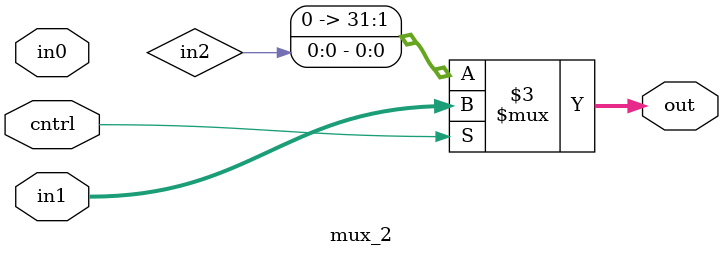
<source format=v>
module mux_2(input [31:0] in0,
            input [31:0] in1,
            input cntrl,
            output reg [31:0] out);
    always @(*) begin
        if(cntrl) begin
            out=in1;
        end
        else begin
            out=in2;
        end
    end
endmodule
</source>
